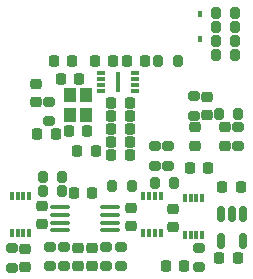
<source format=gbp>
G04 #@! TF.GenerationSoftware,KiCad,Pcbnew,(6.0.7)*
G04 #@! TF.CreationDate,2022-10-27T11:55:22+02:00*
G04 #@! TF.ProjectId,soilMoistureSensor,736f696c-4d6f-4697-9374-75726553656e,rev?*
G04 #@! TF.SameCoordinates,Original*
G04 #@! TF.FileFunction,Paste,Bot*
G04 #@! TF.FilePolarity,Positive*
%FSLAX46Y46*%
G04 Gerber Fmt 4.6, Leading zero omitted, Abs format (unit mm)*
G04 Created by KiCad (PCBNEW (6.0.7)) date 2022-10-27 11:55:22*
%MOMM*%
%LPD*%
G01*
G04 APERTURE LIST*
G04 Aperture macros list*
%AMRoundRect*
0 Rectangle with rounded corners*
0 $1 Rounding radius*
0 $2 $3 $4 $5 $6 $7 $8 $9 X,Y pos of 4 corners*
0 Add a 4 corners polygon primitive as box body*
4,1,4,$2,$3,$4,$5,$6,$7,$8,$9,$2,$3,0*
0 Add four circle primitives for the rounded corners*
1,1,$1+$1,$2,$3*
1,1,$1+$1,$4,$5*
1,1,$1+$1,$6,$7*
1,1,$1+$1,$8,$9*
0 Add four rect primitives between the rounded corners*
20,1,$1+$1,$2,$3,$4,$5,0*
20,1,$1+$1,$4,$5,$6,$7,0*
20,1,$1+$1,$6,$7,$8,$9,0*
20,1,$1+$1,$8,$9,$2,$3,0*%
G04 Aperture macros list end*
%ADD10RoundRect,0.225000X0.225000X0.250000X-0.225000X0.250000X-0.225000X-0.250000X0.225000X-0.250000X0*%
%ADD11RoundRect,0.225000X-0.225000X-0.250000X0.225000X-0.250000X0.225000X0.250000X-0.225000X0.250000X0*%
%ADD12RoundRect,0.200000X-0.275000X0.200000X-0.275000X-0.200000X0.275000X-0.200000X0.275000X0.200000X0*%
%ADD13RoundRect,0.200000X-0.200000X-0.275000X0.200000X-0.275000X0.200000X0.275000X-0.200000X0.275000X0*%
%ADD14RoundRect,0.225000X0.250000X-0.225000X0.250000X0.225000X-0.250000X0.225000X-0.250000X-0.225000X0*%
%ADD15RoundRect,0.200000X0.200000X0.275000X-0.200000X0.275000X-0.200000X-0.275000X0.200000X-0.275000X0*%
%ADD16RoundRect,0.225000X-0.250000X0.225000X-0.250000X-0.225000X0.250000X-0.225000X0.250000X0.225000X0*%
%ADD17RoundRect,0.200000X0.275000X-0.200000X0.275000X0.200000X-0.275000X0.200000X-0.275000X-0.200000X0*%
%ADD18R,0.750000X0.300000*%
%ADD19R,0.300000X1.700000*%
%ADD20RoundRect,0.150000X-0.150000X0.512500X-0.150000X-0.512500X0.150000X-0.512500X0.150000X0.512500X0*%
%ADD21R,0.450000X0.600000*%
%ADD22R,1.000000X1.150000*%
%ADD23R,0.300000X0.800000*%
%ADD24RoundRect,0.100000X0.712500X0.100000X-0.712500X0.100000X-0.712500X-0.100000X0.712500X-0.100000X0*%
%ADD25RoundRect,0.218750X-0.218750X-0.256250X0.218750X-0.256250X0.218750X0.256250X-0.218750X0.256250X0*%
G04 APERTURE END LIST*
D10*
X226050000Y-51900000D03*
X224500000Y-51900000D03*
D11*
X233625000Y-61700000D03*
X235175000Y-61700000D03*
D12*
X228150000Y-52225000D03*
X228150000Y-53875000D03*
D13*
X233315000Y-43300000D03*
X234965000Y-43300000D03*
D14*
X226146428Y-58975000D03*
X226146428Y-57425000D03*
D15*
X235225000Y-49500000D03*
X233575000Y-49500000D03*
D16*
X218600000Y-57250000D03*
X218600000Y-58800000D03*
D13*
X228450000Y-45000000D03*
X230100000Y-45000000D03*
D14*
X218100000Y-48475000D03*
X218100000Y-46925000D03*
D10*
X226050000Y-48600000D03*
X224500000Y-48600000D03*
D17*
X220475000Y-62400000D03*
X220475000Y-60750000D03*
D18*
X226525000Y-46050000D03*
X226525000Y-46550000D03*
X226525000Y-47050000D03*
X226525000Y-47550000D03*
X223625000Y-47550000D03*
X223625000Y-47050000D03*
X223625000Y-46550000D03*
X223625000Y-46050000D03*
D19*
X225075000Y-46800000D03*
D14*
X231600000Y-52175000D03*
X231600000Y-50625000D03*
D17*
X235200000Y-52225000D03*
X235200000Y-50575000D03*
D10*
X226050000Y-53000000D03*
X224500000Y-53000000D03*
D14*
X232550000Y-49600000D03*
X232550000Y-48050000D03*
D20*
X233750000Y-57962500D03*
X234700000Y-57962500D03*
X235650000Y-57962500D03*
X235650000Y-60237500D03*
X233750000Y-60237500D03*
D11*
X220900000Y-50900000D03*
X222450000Y-50900000D03*
X221600000Y-52600000D03*
X223150000Y-52600000D03*
D21*
X232000000Y-41050000D03*
X232000000Y-43150000D03*
D17*
X216046428Y-62500000D03*
X216046428Y-60850000D03*
D10*
X221150000Y-45000000D03*
X219600000Y-45000000D03*
X230675000Y-62400000D03*
X229125000Y-62400000D03*
D13*
X233325000Y-44500000D03*
X234975000Y-44500000D03*
X218675000Y-54800000D03*
X220325000Y-54800000D03*
D12*
X219200000Y-48475000D03*
X219200000Y-50125000D03*
D17*
X225275000Y-62400000D03*
X225275000Y-60750000D03*
D11*
X218225000Y-51200000D03*
X219775000Y-51200000D03*
X221325000Y-56175000D03*
X222875000Y-56175000D03*
D15*
X226225000Y-55600000D03*
X224575000Y-55600000D03*
D17*
X231900000Y-62475000D03*
X231900000Y-60825000D03*
D12*
X224075000Y-60750000D03*
X224075000Y-62400000D03*
D14*
X222875000Y-62350000D03*
X222875000Y-60800000D03*
D22*
X222375000Y-47850000D03*
X222375000Y-49600000D03*
X220975000Y-49600000D03*
X220975000Y-47850000D03*
D11*
X223100000Y-45000000D03*
X224650000Y-45000000D03*
D15*
X229800000Y-55300000D03*
X228150000Y-55300000D03*
D12*
X229250000Y-52225000D03*
X229250000Y-53875000D03*
D10*
X226050000Y-50800000D03*
X224500000Y-50800000D03*
D16*
X234100000Y-50625000D03*
X234100000Y-52175000D03*
X221675000Y-60800000D03*
X221675000Y-62350000D03*
D12*
X231450000Y-48000000D03*
X231450000Y-49650000D03*
D10*
X221775000Y-46500000D03*
X220225000Y-46500000D03*
D17*
X219275000Y-62400000D03*
X219275000Y-60750000D03*
D14*
X217175000Y-62450000D03*
X217175000Y-60900000D03*
D23*
X230696428Y-56625000D03*
X231196428Y-56625000D03*
X231696428Y-56625000D03*
X232196428Y-56625000D03*
X232196428Y-59725000D03*
X231696428Y-59725000D03*
X231196428Y-59725000D03*
X230696428Y-59725000D03*
D24*
X224387500Y-57400000D03*
X224387500Y-58050000D03*
X224387500Y-58700000D03*
X224387500Y-59350000D03*
X220162500Y-59350000D03*
X220162500Y-58700000D03*
X220162500Y-58050000D03*
X220162500Y-57400000D03*
D10*
X226050000Y-49700000D03*
X224500000Y-49700000D03*
D25*
X231112500Y-54100000D03*
X232687500Y-54100000D03*
D23*
X217550000Y-59550000D03*
X217050000Y-59550000D03*
X216550000Y-59550000D03*
X216050000Y-59550000D03*
X216050000Y-56450000D03*
X216550000Y-56450000D03*
X217050000Y-56450000D03*
X217550000Y-56450000D03*
D13*
X218675000Y-56000000D03*
X220325000Y-56000000D03*
D10*
X227350000Y-45000000D03*
X225800000Y-45000000D03*
D14*
X229746428Y-59050000D03*
X229746428Y-57500000D03*
D15*
X234975000Y-42100000D03*
X233325000Y-42100000D03*
D23*
X227196428Y-56453572D03*
X227696428Y-56453572D03*
X228196428Y-56453572D03*
X228696428Y-56453572D03*
X228696428Y-59553572D03*
X228196428Y-59553572D03*
X227696428Y-59553572D03*
X227196428Y-59553572D03*
D13*
X233325000Y-40900000D03*
X234975000Y-40900000D03*
D11*
X233875000Y-55650000D03*
X235425000Y-55650000D03*
M02*

</source>
